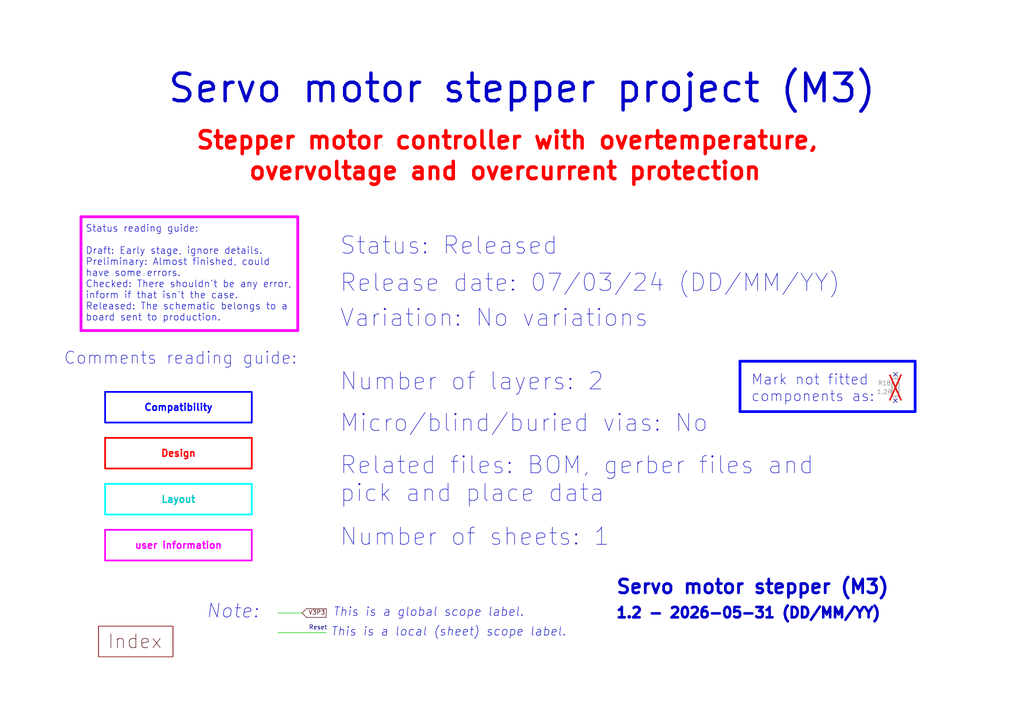
<source format=kicad_sch>
(kicad_sch (version 20231120) (generator "eeschema") (generator_version "8.0")
  (paper "A4")
  (title_block (title "Servo motor stepper - M3  project") (date "2025-05-21") (rev "1.2"))
  (lib_symbols
    (symbol "Device:R" (pin_numbers hide) (pin_names (offset 0))
      (property "Reference" "R" (at 2.032 0 90))
      (property "Value" "R" (at 0 0 90))
      (symbol "R_0_1"
        (rectangle (start -1.016 -2.54) (end 1.016 2.54) (stroke (width 0.254)))
      )
      (symbol "R_1_1"
        (pin passive line (at 0 3.81 270) (length 1.27) (name "~") (number "1"))
        (pin passive line (at 0 -3.81 90) (length 1.27) (name "~") (number "2"))
      )
    )
  )
  (no_connect (at 259.715 108.585))
  (no_connect (at 259.715 116.205))
  (polyline (pts (xy 88.9 176.53) (xy 94.615 176.53)) (stroke (width 0) (color 72 0 0 1)))
  (polyline (pts (xy 214.63 104.775) (xy 265.43 104.775)) (stroke (width 0.8) (type solid) (color 0 0 255 1)))
  (polyline (pts (xy 23.495 95.885) (xy 23.495 62.865)) (stroke (width 0.8) (color 255 0 255 1)))
  (polyline (pts (xy 80.645 177.8) (xy 87.63 177.8)) (stroke (width 0) (color 0 194 0 1)))
  (polyline (pts (xy 87.63 177.8) (xy 88.9 179.07)) (stroke (width 0) (color 72 0 0 1)))
  (polyline (pts (xy 86.36 95.885) (xy 23.495 95.885)) (stroke (width 0.8) (color 255 0 255 1)))
  (polyline (pts (xy 265.43 119.38) (xy 214.63 119.38)) (stroke (width 0.8) (type solid) (color 0 0 255 1)))
  (polyline (pts (xy 265.43 104.775) (xy 265.43 119.38)) (stroke (width 0.8) (type solid) (color 0 0 255 1)))
  (polyline (pts (xy 88.9 179.07) (xy 94.615 179.07)) (stroke (width 0) (color 72 0 0 1)))
  (polyline (pts (xy 23.495 62.865) (xy 86.36 62.865)) (stroke (width 0.8) (color 255 0 255 1)))
  (polyline (pts (xy 80.645 183.515) (xy 94.615 183.515)) (stroke (width 0) (color 0 194 0 1)))
  (polyline (pts (xy 86.36 62.865) (xy 86.36 95.885)) (stroke (width 0.8) (color 255 0 255 1)))
  (polyline (pts (xy 94.615 176.53) (xy 94.615 179.07)) (stroke (width 0) (color 72 0 0 1)))
  (polyline (pts (xy 214.63 119.38) (xy 214.63 104.775)) (stroke (width 0.8) (type solid) (color 0 0 255 1)))
  (polyline (pts (xy 87.63 177.8) (xy 88.9 176.53)) (stroke (width 0) (color 72 0 0 1)))
  (text_box "Design" (at 30.48 127 0) (size 42.545 8.89) (stroke (width 0.5) (color 255 0 0 1)) (effects (font (size 2 2) (thickness 0.4) (bold yes))))
  (text_box "user information" (at 30.48 153.67 0) (size 42.545 8.89) (stroke (width 0.5) (color 255 0 255 1)) (effects (font (size 2 2) (thickness 0.4) (bold yes))))
  (text_box "Compatibility" (at 30.48 113.665 0) (size 42.545 8.89) (stroke (width 0.5) (color 0 0 255 1)) (effects (font (size 2 2) (thickness 0.4) (bold yes))))
  (text_box "Layout" (at 30.48 140.335 0) (size 42.545 8.89) (stroke (width 0.5) (color 0 255 255 1)) (effects (font (size 2 2) (thickness 0.4) (bold yes))))
  (text "Variation: No variations" (at 98.425 95.25 0) (effects (font (size 5 5)) (justify left bottom)))
  (text "${REVISION} - ${CURRENT_DATE} (DD/MM/YY)" (at 178.435 179.705 0) (effects (font (size 3 3) (thickness 0.8) (bold yes)) (justify left bottom)))
  (text "Status reading guide:\n\nDraft: Early stage, ignore details.\nPreliminary: Almost finished, could\nhave some errors.\nChecked: There shouldn't be any error,\ninform if that isn't the case.\nReleased: The schematic belongs to a \nboard sent to production." (at 24.765 93.345 0) (effects (font (size 2 2)) (justify left bottom)))
  (text "Servo motor stepper project (M3)" (at 48.26 30.48 0) (effects (font (size 8 8) (thickness 1) (bold yes)) (justify left bottom)))
  (text "This is a global scope label." (at 96.52 179.07 0) (effects (font (size 2.5 2.5) (italic yes)) (justify left bottom)))
  (text "Micro/blind/buried vias: No" (at 98.425 125.73 0) (effects (font (size 5 5)) (justify left bottom)))
  (text "Status: Released" (at 98.425 74.295 0) (effects (font (size 5 5)) (justify left bottom)))
  (text "Comments reading guide:" (at 18.415 106.045 0) (effects (font (size 3.5 3.5)) (justify left bottom)))
  (text "overvoltage and overcurrent protection" (at 71.755 52.705 0) (effects (font (size 5 5) (thickness 1) (bold yes)) (justify left bottom)))
  (text "Reset" (at 89.535 182.88 0) (effects (font (size 1.27 1.27)) (justify left bottom)))
  (text "Note:" (at 59.69 179.705 0) (effects (font (size 4 4) (italic yes)) (justify left bottom)))
  (text "Stepper motor controller with overtemperature," (at 56.515 43.815 0) (effects (font (size 5 5) (thickness 1) (bold yes)) (justify left bottom)))
  (text "Related files: BOM, gerber files and\npick and place data" (at 98.425 146.05 0) (effects (font (size 5 5)) (justify left bottom)))
  (text "Number of sheets: 1" (at 98.425 158.75 0) (effects (font (size 5 5)) (justify left bottom)))
  (text "This is a local (sheet) scope label." (at 95.885 184.785 0) (effects (font (size 2.5 2.5) (italic yes)) (justify left bottom)))
  (text "Index" (at 31.115 188.595 0) (effects (font (size 4 4)) (justify left bottom)))
  (text "Mark not fitted\ncomponents as:" (at 217.805 116.84 0) (effects (font (size 3 3)) (justify left bottom)))
  (text "Number of layers: 2" (at 98.425 113.665 0) (effects (font (size 5 5)) (justify left bottom)))
  (text "Release date: 07/03/24 (DD/MM/YY)" (at 98.425 85.09 0) (effects (font (size 5 5)) (justify left bottom)))
  (text "V3P3" (at 89.408 178.562 0) (effects (font (size 1.27 1.27)) (justify left bottom)))
  (text "Servo motor stepper (M3)" (at 178.435 172.72 0) (effects (font (size 4 4) (thickness 0.8) (bold yes)) (justify left bottom)))
  (symbol (lib_id "Device:R") (at 259.715 112.395 0) (unit 1) (exclude_from_sim yes) (in_bom no) (on_board no) (dnp yes)
    (property "Reference" "R18" (at 256.54 111.125 0))
    (property "Value" "1.2R" (at 256.54 113.665 0))
    (property "Footprint" "Resistor_SMD:R_0402_1005Metric" (effects (hide yes)))
  )
  (sheet (at 28.575 181.61) (size 21.59 8.89) (stroke (width 0.1524))
    (property "Sheetname" "index" (effects (hide yes)))
    (property "Sheetfile" "index.kicad_sch" (effects (hide yes)))
  )
)
</source>
